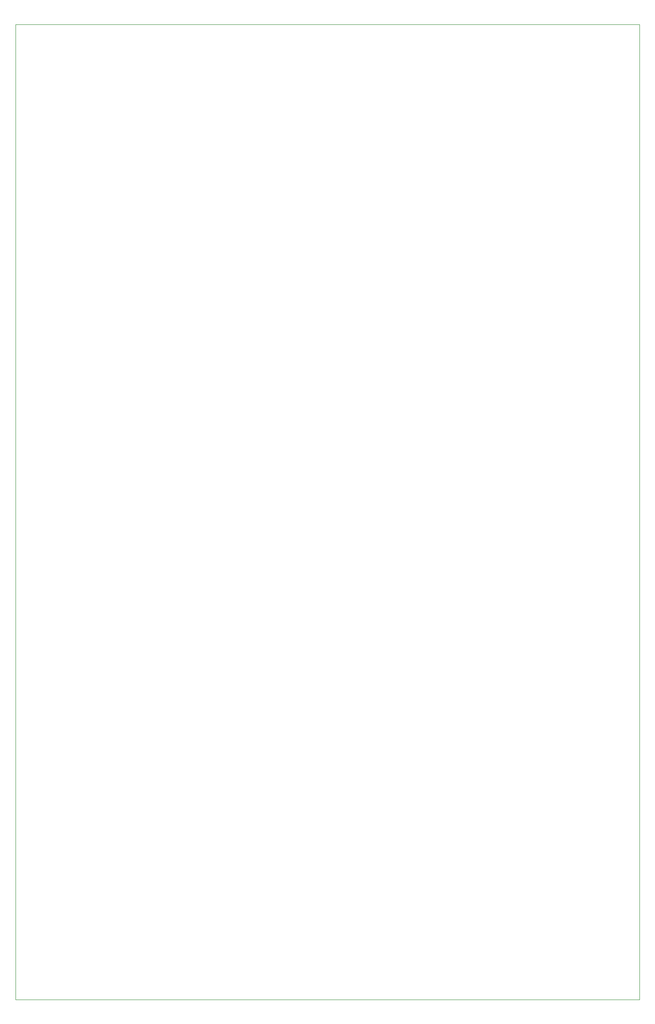
<source format=gbr>
%TF.GenerationSoftware,KiCad,Pcbnew,9.0.7*%
%TF.CreationDate,2026-02-23T21:41:38+05:30*%
%TF.ProjectId,Home_Automation,486f6d65-5f41-4757-946f-6d6174696f6e,rev?*%
%TF.SameCoordinates,Original*%
%TF.FileFunction,Profile,NP*%
%FSLAX46Y46*%
G04 Gerber Fmt 4.6, Leading zero omitted, Abs format (unit mm)*
G04 Created by KiCad (PCBNEW 9.0.7) date 2026-02-23 21:41:38*
%MOMM*%
%LPD*%
G01*
G04 APERTURE LIST*
%TA.AperFunction,Profile*%
%ADD10C,0.050000*%
%TD*%
G04 APERTURE END LIST*
D10*
X12000000Y-12000000D02*
X131000000Y-12000000D01*
X131000000Y-198000000D01*
X12000000Y-198000000D01*
X12000000Y-12000000D01*
M02*

</source>
